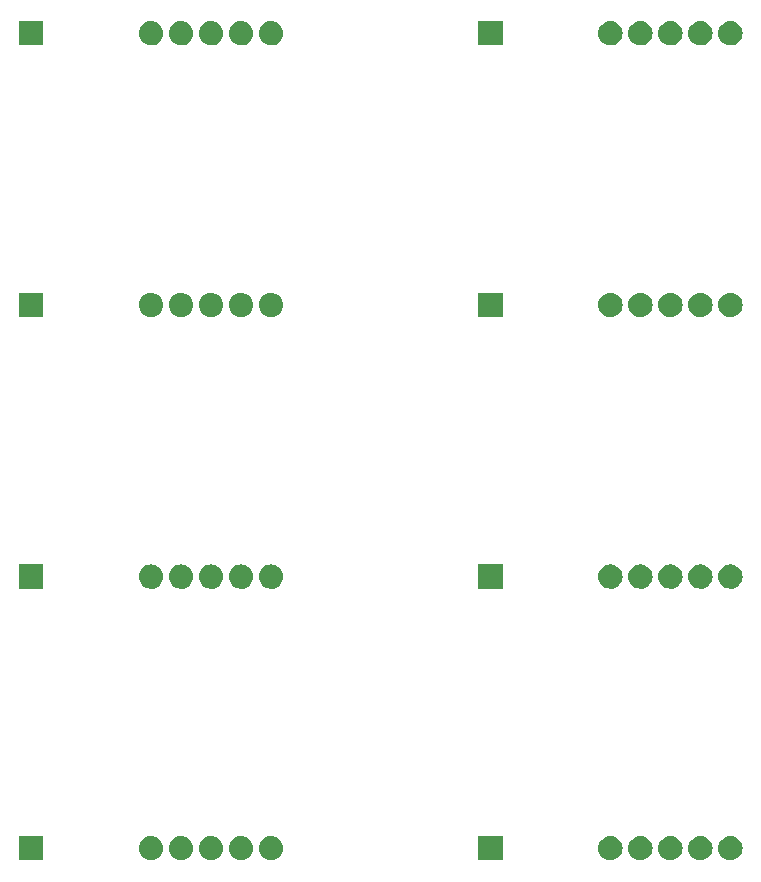
<source format=gbs>
G04 #@! TF.FileFunction,Soldermask,Bot*
%FSLAX46Y46*%
G04 Gerber Fmt 4.6, Leading zero omitted, Abs format (unit mm)*
G04 Created by KiCad (PCBNEW 4.0.1-stable) date 09.11.2016 23:19:49*
%MOMM*%
G01*
G04 APERTURE LIST*
%ADD10C,0.100000*%
G04 APERTURE END LIST*
D10*
G36*
X119876271Y-163770078D02*
X119876276Y-163770079D01*
X119879365Y-163770100D01*
X120079133Y-163792508D01*
X120270744Y-163853291D01*
X120446900Y-163950133D01*
X120600891Y-164079347D01*
X120726851Y-164236010D01*
X120819983Y-164414155D01*
X120876740Y-164606997D01*
X120876745Y-164607057D01*
X120876749Y-164607069D01*
X120894961Y-164807184D01*
X120873956Y-165007039D01*
X120873954Y-165007047D01*
X120873947Y-165007110D01*
X120814503Y-165199141D01*
X120718893Y-165375969D01*
X120590757Y-165530858D01*
X120434977Y-165657909D01*
X120257486Y-165752282D01*
X120065045Y-165810384D01*
X119864984Y-165830000D01*
X119854895Y-165830000D01*
X119843729Y-165829922D01*
X119843724Y-165829921D01*
X119840635Y-165829900D01*
X119640867Y-165807492D01*
X119449256Y-165746709D01*
X119273100Y-165649867D01*
X119119109Y-165520653D01*
X118993149Y-165363990D01*
X118900017Y-165185845D01*
X118843260Y-164993003D01*
X118843255Y-164992943D01*
X118843251Y-164992931D01*
X118825039Y-164792816D01*
X118846044Y-164592961D01*
X118846046Y-164592953D01*
X118846053Y-164592890D01*
X118905497Y-164400859D01*
X119001107Y-164224031D01*
X119129243Y-164069142D01*
X119285023Y-163942091D01*
X119462514Y-163847718D01*
X119654955Y-163789616D01*
X119855016Y-163770000D01*
X119865105Y-163770000D01*
X119876271Y-163770078D01*
X119876271Y-163770078D01*
G37*
G36*
X156236271Y-163770078D02*
X156236276Y-163770079D01*
X156239365Y-163770100D01*
X156439133Y-163792508D01*
X156630744Y-163853291D01*
X156806900Y-163950133D01*
X156960891Y-164079347D01*
X157086851Y-164236010D01*
X157179983Y-164414155D01*
X157236740Y-164606997D01*
X157236745Y-164607057D01*
X157236749Y-164607069D01*
X157254961Y-164807184D01*
X157233956Y-165007039D01*
X157233954Y-165007047D01*
X157233947Y-165007110D01*
X157174503Y-165199141D01*
X157078893Y-165375969D01*
X156950757Y-165530858D01*
X156794977Y-165657909D01*
X156617486Y-165752282D01*
X156425045Y-165810384D01*
X156224984Y-165830000D01*
X156214895Y-165830000D01*
X156203729Y-165829922D01*
X156203724Y-165829921D01*
X156200635Y-165829900D01*
X156000867Y-165807492D01*
X155809256Y-165746709D01*
X155633100Y-165649867D01*
X155479109Y-165520653D01*
X155353149Y-165363990D01*
X155260017Y-165185845D01*
X155203260Y-164993003D01*
X155203255Y-164992943D01*
X155203251Y-164992931D01*
X155185039Y-164792816D01*
X155206044Y-164592961D01*
X155206046Y-164592953D01*
X155206053Y-164592890D01*
X155265497Y-164400859D01*
X155361107Y-164224031D01*
X155489243Y-164069142D01*
X155645023Y-163942091D01*
X155822514Y-163847718D01*
X156014955Y-163789616D01*
X156215016Y-163770000D01*
X156225105Y-163770000D01*
X156236271Y-163770078D01*
X156236271Y-163770078D01*
G37*
G36*
X139470000Y-165830000D02*
X137410000Y-165830000D01*
X137410000Y-163770000D01*
X139470000Y-163770000D01*
X139470000Y-165830000D01*
X139470000Y-165830000D01*
G37*
G36*
X148616271Y-163770078D02*
X148616276Y-163770079D01*
X148619365Y-163770100D01*
X148819133Y-163792508D01*
X149010744Y-163853291D01*
X149186900Y-163950133D01*
X149340891Y-164079347D01*
X149466851Y-164236010D01*
X149559983Y-164414155D01*
X149616740Y-164606997D01*
X149616745Y-164607057D01*
X149616749Y-164607069D01*
X149634961Y-164807184D01*
X149613956Y-165007039D01*
X149613954Y-165007047D01*
X149613947Y-165007110D01*
X149554503Y-165199141D01*
X149458893Y-165375969D01*
X149330757Y-165530858D01*
X149174977Y-165657909D01*
X148997486Y-165752282D01*
X148805045Y-165810384D01*
X148604984Y-165830000D01*
X148594895Y-165830000D01*
X148583729Y-165829922D01*
X148583724Y-165829921D01*
X148580635Y-165829900D01*
X148380867Y-165807492D01*
X148189256Y-165746709D01*
X148013100Y-165649867D01*
X147859109Y-165520653D01*
X147733149Y-165363990D01*
X147640017Y-165185845D01*
X147583260Y-164993003D01*
X147583255Y-164992943D01*
X147583251Y-164992931D01*
X147565039Y-164792816D01*
X147586044Y-164592961D01*
X147586046Y-164592953D01*
X147586053Y-164592890D01*
X147645497Y-164400859D01*
X147741107Y-164224031D01*
X147869243Y-164069142D01*
X148025023Y-163942091D01*
X148202514Y-163847718D01*
X148394955Y-163789616D01*
X148595016Y-163770000D01*
X148605105Y-163770000D01*
X148616271Y-163770078D01*
X148616271Y-163770078D01*
G37*
G36*
X151156271Y-163770078D02*
X151156276Y-163770079D01*
X151159365Y-163770100D01*
X151359133Y-163792508D01*
X151550744Y-163853291D01*
X151726900Y-163950133D01*
X151880891Y-164079347D01*
X152006851Y-164236010D01*
X152099983Y-164414155D01*
X152156740Y-164606997D01*
X152156745Y-164607057D01*
X152156749Y-164607069D01*
X152174961Y-164807184D01*
X152153956Y-165007039D01*
X152153954Y-165007047D01*
X152153947Y-165007110D01*
X152094503Y-165199141D01*
X151998893Y-165375969D01*
X151870757Y-165530858D01*
X151714977Y-165657909D01*
X151537486Y-165752282D01*
X151345045Y-165810384D01*
X151144984Y-165830000D01*
X151134895Y-165830000D01*
X151123729Y-165829922D01*
X151123724Y-165829921D01*
X151120635Y-165829900D01*
X150920867Y-165807492D01*
X150729256Y-165746709D01*
X150553100Y-165649867D01*
X150399109Y-165520653D01*
X150273149Y-165363990D01*
X150180017Y-165185845D01*
X150123260Y-164993003D01*
X150123255Y-164992943D01*
X150123251Y-164992931D01*
X150105039Y-164792816D01*
X150126044Y-164592961D01*
X150126046Y-164592953D01*
X150126053Y-164592890D01*
X150185497Y-164400859D01*
X150281107Y-164224031D01*
X150409243Y-164069142D01*
X150565023Y-163942091D01*
X150742514Y-163847718D01*
X150934955Y-163789616D01*
X151135016Y-163770000D01*
X151145105Y-163770000D01*
X151156271Y-163770078D01*
X151156271Y-163770078D01*
G37*
G36*
X153696271Y-163770078D02*
X153696276Y-163770079D01*
X153699365Y-163770100D01*
X153899133Y-163792508D01*
X154090744Y-163853291D01*
X154266900Y-163950133D01*
X154420891Y-164079347D01*
X154546851Y-164236010D01*
X154639983Y-164414155D01*
X154696740Y-164606997D01*
X154696745Y-164607057D01*
X154696749Y-164607069D01*
X154714961Y-164807184D01*
X154693956Y-165007039D01*
X154693954Y-165007047D01*
X154693947Y-165007110D01*
X154634503Y-165199141D01*
X154538893Y-165375969D01*
X154410757Y-165530858D01*
X154254977Y-165657909D01*
X154077486Y-165752282D01*
X153885045Y-165810384D01*
X153684984Y-165830000D01*
X153674895Y-165830000D01*
X153663729Y-165829922D01*
X153663724Y-165829921D01*
X153660635Y-165829900D01*
X153460867Y-165807492D01*
X153269256Y-165746709D01*
X153093100Y-165649867D01*
X152939109Y-165520653D01*
X152813149Y-165363990D01*
X152720017Y-165185845D01*
X152663260Y-164993003D01*
X152663255Y-164992943D01*
X152663251Y-164992931D01*
X152645039Y-164792816D01*
X152666044Y-164592961D01*
X152666046Y-164592953D01*
X152666053Y-164592890D01*
X152725497Y-164400859D01*
X152821107Y-164224031D01*
X152949243Y-164069142D01*
X153105023Y-163942091D01*
X153282514Y-163847718D01*
X153474955Y-163789616D01*
X153675016Y-163770000D01*
X153685105Y-163770000D01*
X153696271Y-163770078D01*
X153696271Y-163770078D01*
G37*
G36*
X158776271Y-163770078D02*
X158776276Y-163770079D01*
X158779365Y-163770100D01*
X158979133Y-163792508D01*
X159170744Y-163853291D01*
X159346900Y-163950133D01*
X159500891Y-164079347D01*
X159626851Y-164236010D01*
X159719983Y-164414155D01*
X159776740Y-164606997D01*
X159776745Y-164607057D01*
X159776749Y-164607069D01*
X159794961Y-164807184D01*
X159773956Y-165007039D01*
X159773954Y-165007047D01*
X159773947Y-165007110D01*
X159714503Y-165199141D01*
X159618893Y-165375969D01*
X159490757Y-165530858D01*
X159334977Y-165657909D01*
X159157486Y-165752282D01*
X158965045Y-165810384D01*
X158764984Y-165830000D01*
X158754895Y-165830000D01*
X158743729Y-165829922D01*
X158743724Y-165829921D01*
X158740635Y-165829900D01*
X158540867Y-165807492D01*
X158349256Y-165746709D01*
X158173100Y-165649867D01*
X158019109Y-165520653D01*
X157893149Y-165363990D01*
X157800017Y-165185845D01*
X157743260Y-164993003D01*
X157743255Y-164992943D01*
X157743251Y-164992931D01*
X157725039Y-164792816D01*
X157746044Y-164592961D01*
X157746046Y-164592953D01*
X157746053Y-164592890D01*
X157805497Y-164400859D01*
X157901107Y-164224031D01*
X158029243Y-164069142D01*
X158185023Y-163942091D01*
X158362514Y-163847718D01*
X158554955Y-163789616D01*
X158755016Y-163770000D01*
X158765105Y-163770000D01*
X158776271Y-163770078D01*
X158776271Y-163770078D01*
G37*
G36*
X100570000Y-165830000D02*
X98510000Y-165830000D01*
X98510000Y-163770000D01*
X100570000Y-163770000D01*
X100570000Y-165830000D01*
X100570000Y-165830000D01*
G37*
G36*
X109716271Y-163770078D02*
X109716276Y-163770079D01*
X109719365Y-163770100D01*
X109919133Y-163792508D01*
X110110744Y-163853291D01*
X110286900Y-163950133D01*
X110440891Y-164079347D01*
X110566851Y-164236010D01*
X110659983Y-164414155D01*
X110716740Y-164606997D01*
X110716745Y-164607057D01*
X110716749Y-164607069D01*
X110734961Y-164807184D01*
X110713956Y-165007039D01*
X110713954Y-165007047D01*
X110713947Y-165007110D01*
X110654503Y-165199141D01*
X110558893Y-165375969D01*
X110430757Y-165530858D01*
X110274977Y-165657909D01*
X110097486Y-165752282D01*
X109905045Y-165810384D01*
X109704984Y-165830000D01*
X109694895Y-165830000D01*
X109683729Y-165829922D01*
X109683724Y-165829921D01*
X109680635Y-165829900D01*
X109480867Y-165807492D01*
X109289256Y-165746709D01*
X109113100Y-165649867D01*
X108959109Y-165520653D01*
X108833149Y-165363990D01*
X108740017Y-165185845D01*
X108683260Y-164993003D01*
X108683255Y-164992943D01*
X108683251Y-164992931D01*
X108665039Y-164792816D01*
X108686044Y-164592961D01*
X108686046Y-164592953D01*
X108686053Y-164592890D01*
X108745497Y-164400859D01*
X108841107Y-164224031D01*
X108969243Y-164069142D01*
X109125023Y-163942091D01*
X109302514Y-163847718D01*
X109494955Y-163789616D01*
X109695016Y-163770000D01*
X109705105Y-163770000D01*
X109716271Y-163770078D01*
X109716271Y-163770078D01*
G37*
G36*
X112256271Y-163770078D02*
X112256276Y-163770079D01*
X112259365Y-163770100D01*
X112459133Y-163792508D01*
X112650744Y-163853291D01*
X112826900Y-163950133D01*
X112980891Y-164079347D01*
X113106851Y-164236010D01*
X113199983Y-164414155D01*
X113256740Y-164606997D01*
X113256745Y-164607057D01*
X113256749Y-164607069D01*
X113274961Y-164807184D01*
X113253956Y-165007039D01*
X113253954Y-165007047D01*
X113253947Y-165007110D01*
X113194503Y-165199141D01*
X113098893Y-165375969D01*
X112970757Y-165530858D01*
X112814977Y-165657909D01*
X112637486Y-165752282D01*
X112445045Y-165810384D01*
X112244984Y-165830000D01*
X112234895Y-165830000D01*
X112223729Y-165829922D01*
X112223724Y-165829921D01*
X112220635Y-165829900D01*
X112020867Y-165807492D01*
X111829256Y-165746709D01*
X111653100Y-165649867D01*
X111499109Y-165520653D01*
X111373149Y-165363990D01*
X111280017Y-165185845D01*
X111223260Y-164993003D01*
X111223255Y-164992943D01*
X111223251Y-164992931D01*
X111205039Y-164792816D01*
X111226044Y-164592961D01*
X111226046Y-164592953D01*
X111226053Y-164592890D01*
X111285497Y-164400859D01*
X111381107Y-164224031D01*
X111509243Y-164069142D01*
X111665023Y-163942091D01*
X111842514Y-163847718D01*
X112034955Y-163789616D01*
X112235016Y-163770000D01*
X112245105Y-163770000D01*
X112256271Y-163770078D01*
X112256271Y-163770078D01*
G37*
G36*
X114796271Y-163770078D02*
X114796276Y-163770079D01*
X114799365Y-163770100D01*
X114999133Y-163792508D01*
X115190744Y-163853291D01*
X115366900Y-163950133D01*
X115520891Y-164079347D01*
X115646851Y-164236010D01*
X115739983Y-164414155D01*
X115796740Y-164606997D01*
X115796745Y-164607057D01*
X115796749Y-164607069D01*
X115814961Y-164807184D01*
X115793956Y-165007039D01*
X115793954Y-165007047D01*
X115793947Y-165007110D01*
X115734503Y-165199141D01*
X115638893Y-165375969D01*
X115510757Y-165530858D01*
X115354977Y-165657909D01*
X115177486Y-165752282D01*
X114985045Y-165810384D01*
X114784984Y-165830000D01*
X114774895Y-165830000D01*
X114763729Y-165829922D01*
X114763724Y-165829921D01*
X114760635Y-165829900D01*
X114560867Y-165807492D01*
X114369256Y-165746709D01*
X114193100Y-165649867D01*
X114039109Y-165520653D01*
X113913149Y-165363990D01*
X113820017Y-165185845D01*
X113763260Y-164993003D01*
X113763255Y-164992943D01*
X113763251Y-164992931D01*
X113745039Y-164792816D01*
X113766044Y-164592961D01*
X113766046Y-164592953D01*
X113766053Y-164592890D01*
X113825497Y-164400859D01*
X113921107Y-164224031D01*
X114049243Y-164069142D01*
X114205023Y-163942091D01*
X114382514Y-163847718D01*
X114574955Y-163789616D01*
X114775016Y-163770000D01*
X114785105Y-163770000D01*
X114796271Y-163770078D01*
X114796271Y-163770078D01*
G37*
G36*
X117336271Y-163770078D02*
X117336276Y-163770079D01*
X117339365Y-163770100D01*
X117539133Y-163792508D01*
X117730744Y-163853291D01*
X117906900Y-163950133D01*
X118060891Y-164079347D01*
X118186851Y-164236010D01*
X118279983Y-164414155D01*
X118336740Y-164606997D01*
X118336745Y-164607057D01*
X118336749Y-164607069D01*
X118354961Y-164807184D01*
X118333956Y-165007039D01*
X118333954Y-165007047D01*
X118333947Y-165007110D01*
X118274503Y-165199141D01*
X118178893Y-165375969D01*
X118050757Y-165530858D01*
X117894977Y-165657909D01*
X117717486Y-165752282D01*
X117525045Y-165810384D01*
X117324984Y-165830000D01*
X117314895Y-165830000D01*
X117303729Y-165829922D01*
X117303724Y-165829921D01*
X117300635Y-165829900D01*
X117100867Y-165807492D01*
X116909256Y-165746709D01*
X116733100Y-165649867D01*
X116579109Y-165520653D01*
X116453149Y-165363990D01*
X116360017Y-165185845D01*
X116303260Y-164993003D01*
X116303255Y-164992943D01*
X116303251Y-164992931D01*
X116285039Y-164792816D01*
X116306044Y-164592961D01*
X116306046Y-164592953D01*
X116306053Y-164592890D01*
X116365497Y-164400859D01*
X116461107Y-164224031D01*
X116589243Y-164069142D01*
X116745023Y-163942091D01*
X116922514Y-163847718D01*
X117114955Y-163789616D01*
X117315016Y-163770000D01*
X117325105Y-163770000D01*
X117336271Y-163770078D01*
X117336271Y-163770078D01*
G37*
G36*
X151156271Y-140770078D02*
X151156276Y-140770079D01*
X151159365Y-140770100D01*
X151359133Y-140792508D01*
X151550744Y-140853291D01*
X151726900Y-140950133D01*
X151880891Y-141079347D01*
X152006851Y-141236010D01*
X152099983Y-141414155D01*
X152156740Y-141606997D01*
X152156745Y-141607057D01*
X152156749Y-141607069D01*
X152174961Y-141807184D01*
X152153956Y-142007039D01*
X152153954Y-142007047D01*
X152153947Y-142007110D01*
X152094503Y-142199141D01*
X151998893Y-142375969D01*
X151870757Y-142530858D01*
X151714977Y-142657909D01*
X151537486Y-142752282D01*
X151345045Y-142810384D01*
X151144984Y-142830000D01*
X151134895Y-142830000D01*
X151123729Y-142829922D01*
X151123724Y-142829921D01*
X151120635Y-142829900D01*
X150920867Y-142807492D01*
X150729256Y-142746709D01*
X150553100Y-142649867D01*
X150399109Y-142520653D01*
X150273149Y-142363990D01*
X150180017Y-142185845D01*
X150123260Y-141993003D01*
X150123255Y-141992943D01*
X150123251Y-141992931D01*
X150105039Y-141792816D01*
X150126044Y-141592961D01*
X150126046Y-141592953D01*
X150126053Y-141592890D01*
X150185497Y-141400859D01*
X150281107Y-141224031D01*
X150409243Y-141069142D01*
X150565023Y-140942091D01*
X150742514Y-140847718D01*
X150934955Y-140789616D01*
X151135016Y-140770000D01*
X151145105Y-140770000D01*
X151156271Y-140770078D01*
X151156271Y-140770078D01*
G37*
G36*
X119876271Y-140770078D02*
X119876276Y-140770079D01*
X119879365Y-140770100D01*
X120079133Y-140792508D01*
X120270744Y-140853291D01*
X120446900Y-140950133D01*
X120600891Y-141079347D01*
X120726851Y-141236010D01*
X120819983Y-141414155D01*
X120876740Y-141606997D01*
X120876745Y-141607057D01*
X120876749Y-141607069D01*
X120894961Y-141807184D01*
X120873956Y-142007039D01*
X120873954Y-142007047D01*
X120873947Y-142007110D01*
X120814503Y-142199141D01*
X120718893Y-142375969D01*
X120590757Y-142530858D01*
X120434977Y-142657909D01*
X120257486Y-142752282D01*
X120065045Y-142810384D01*
X119864984Y-142830000D01*
X119854895Y-142830000D01*
X119843729Y-142829922D01*
X119843724Y-142829921D01*
X119840635Y-142829900D01*
X119640867Y-142807492D01*
X119449256Y-142746709D01*
X119273100Y-142649867D01*
X119119109Y-142520653D01*
X118993149Y-142363990D01*
X118900017Y-142185845D01*
X118843260Y-141993003D01*
X118843255Y-141992943D01*
X118843251Y-141992931D01*
X118825039Y-141792816D01*
X118846044Y-141592961D01*
X118846046Y-141592953D01*
X118846053Y-141592890D01*
X118905497Y-141400859D01*
X119001107Y-141224031D01*
X119129243Y-141069142D01*
X119285023Y-140942091D01*
X119462514Y-140847718D01*
X119654955Y-140789616D01*
X119855016Y-140770000D01*
X119865105Y-140770000D01*
X119876271Y-140770078D01*
X119876271Y-140770078D01*
G37*
G36*
X117336271Y-140770078D02*
X117336276Y-140770079D01*
X117339365Y-140770100D01*
X117539133Y-140792508D01*
X117730744Y-140853291D01*
X117906900Y-140950133D01*
X118060891Y-141079347D01*
X118186851Y-141236010D01*
X118279983Y-141414155D01*
X118336740Y-141606997D01*
X118336745Y-141607057D01*
X118336749Y-141607069D01*
X118354961Y-141807184D01*
X118333956Y-142007039D01*
X118333954Y-142007047D01*
X118333947Y-142007110D01*
X118274503Y-142199141D01*
X118178893Y-142375969D01*
X118050757Y-142530858D01*
X117894977Y-142657909D01*
X117717486Y-142752282D01*
X117525045Y-142810384D01*
X117324984Y-142830000D01*
X117314895Y-142830000D01*
X117303729Y-142829922D01*
X117303724Y-142829921D01*
X117300635Y-142829900D01*
X117100867Y-142807492D01*
X116909256Y-142746709D01*
X116733100Y-142649867D01*
X116579109Y-142520653D01*
X116453149Y-142363990D01*
X116360017Y-142185845D01*
X116303260Y-141993003D01*
X116303255Y-141992943D01*
X116303251Y-141992931D01*
X116285039Y-141792816D01*
X116306044Y-141592961D01*
X116306046Y-141592953D01*
X116306053Y-141592890D01*
X116365497Y-141400859D01*
X116461107Y-141224031D01*
X116589243Y-141069142D01*
X116745023Y-140942091D01*
X116922514Y-140847718D01*
X117114955Y-140789616D01*
X117315016Y-140770000D01*
X117325105Y-140770000D01*
X117336271Y-140770078D01*
X117336271Y-140770078D01*
G37*
G36*
X114796271Y-140770078D02*
X114796276Y-140770079D01*
X114799365Y-140770100D01*
X114999133Y-140792508D01*
X115190744Y-140853291D01*
X115366900Y-140950133D01*
X115520891Y-141079347D01*
X115646851Y-141236010D01*
X115739983Y-141414155D01*
X115796740Y-141606997D01*
X115796745Y-141607057D01*
X115796749Y-141607069D01*
X115814961Y-141807184D01*
X115793956Y-142007039D01*
X115793954Y-142007047D01*
X115793947Y-142007110D01*
X115734503Y-142199141D01*
X115638893Y-142375969D01*
X115510757Y-142530858D01*
X115354977Y-142657909D01*
X115177486Y-142752282D01*
X114985045Y-142810384D01*
X114784984Y-142830000D01*
X114774895Y-142830000D01*
X114763729Y-142829922D01*
X114763724Y-142829921D01*
X114760635Y-142829900D01*
X114560867Y-142807492D01*
X114369256Y-142746709D01*
X114193100Y-142649867D01*
X114039109Y-142520653D01*
X113913149Y-142363990D01*
X113820017Y-142185845D01*
X113763260Y-141993003D01*
X113763255Y-141992943D01*
X113763251Y-141992931D01*
X113745039Y-141792816D01*
X113766044Y-141592961D01*
X113766046Y-141592953D01*
X113766053Y-141592890D01*
X113825497Y-141400859D01*
X113921107Y-141224031D01*
X114049243Y-141069142D01*
X114205023Y-140942091D01*
X114382514Y-140847718D01*
X114574955Y-140789616D01*
X114775016Y-140770000D01*
X114785105Y-140770000D01*
X114796271Y-140770078D01*
X114796271Y-140770078D01*
G37*
G36*
X112256271Y-140770078D02*
X112256276Y-140770079D01*
X112259365Y-140770100D01*
X112459133Y-140792508D01*
X112650744Y-140853291D01*
X112826900Y-140950133D01*
X112980891Y-141079347D01*
X113106851Y-141236010D01*
X113199983Y-141414155D01*
X113256740Y-141606997D01*
X113256745Y-141607057D01*
X113256749Y-141607069D01*
X113274961Y-141807184D01*
X113253956Y-142007039D01*
X113253954Y-142007047D01*
X113253947Y-142007110D01*
X113194503Y-142199141D01*
X113098893Y-142375969D01*
X112970757Y-142530858D01*
X112814977Y-142657909D01*
X112637486Y-142752282D01*
X112445045Y-142810384D01*
X112244984Y-142830000D01*
X112234895Y-142830000D01*
X112223729Y-142829922D01*
X112223724Y-142829921D01*
X112220635Y-142829900D01*
X112020867Y-142807492D01*
X111829256Y-142746709D01*
X111653100Y-142649867D01*
X111499109Y-142520653D01*
X111373149Y-142363990D01*
X111280017Y-142185845D01*
X111223260Y-141993003D01*
X111223255Y-141992943D01*
X111223251Y-141992931D01*
X111205039Y-141792816D01*
X111226044Y-141592961D01*
X111226046Y-141592953D01*
X111226053Y-141592890D01*
X111285497Y-141400859D01*
X111381107Y-141224031D01*
X111509243Y-141069142D01*
X111665023Y-140942091D01*
X111842514Y-140847718D01*
X112034955Y-140789616D01*
X112235016Y-140770000D01*
X112245105Y-140770000D01*
X112256271Y-140770078D01*
X112256271Y-140770078D01*
G37*
G36*
X109716271Y-140770078D02*
X109716276Y-140770079D01*
X109719365Y-140770100D01*
X109919133Y-140792508D01*
X110110744Y-140853291D01*
X110286900Y-140950133D01*
X110440891Y-141079347D01*
X110566851Y-141236010D01*
X110659983Y-141414155D01*
X110716740Y-141606997D01*
X110716745Y-141607057D01*
X110716749Y-141607069D01*
X110734961Y-141807184D01*
X110713956Y-142007039D01*
X110713954Y-142007047D01*
X110713947Y-142007110D01*
X110654503Y-142199141D01*
X110558893Y-142375969D01*
X110430757Y-142530858D01*
X110274977Y-142657909D01*
X110097486Y-142752282D01*
X109905045Y-142810384D01*
X109704984Y-142830000D01*
X109694895Y-142830000D01*
X109683729Y-142829922D01*
X109683724Y-142829921D01*
X109680635Y-142829900D01*
X109480867Y-142807492D01*
X109289256Y-142746709D01*
X109113100Y-142649867D01*
X108959109Y-142520653D01*
X108833149Y-142363990D01*
X108740017Y-142185845D01*
X108683260Y-141993003D01*
X108683255Y-141992943D01*
X108683251Y-141992931D01*
X108665039Y-141792816D01*
X108686044Y-141592961D01*
X108686046Y-141592953D01*
X108686053Y-141592890D01*
X108745497Y-141400859D01*
X108841107Y-141224031D01*
X108969243Y-141069142D01*
X109125023Y-140942091D01*
X109302514Y-140847718D01*
X109494955Y-140789616D01*
X109695016Y-140770000D01*
X109705105Y-140770000D01*
X109716271Y-140770078D01*
X109716271Y-140770078D01*
G37*
G36*
X100570000Y-142830000D02*
X98510000Y-142830000D01*
X98510000Y-140770000D01*
X100570000Y-140770000D01*
X100570000Y-142830000D01*
X100570000Y-142830000D01*
G37*
G36*
X158776271Y-140770078D02*
X158776276Y-140770079D01*
X158779365Y-140770100D01*
X158979133Y-140792508D01*
X159170744Y-140853291D01*
X159346900Y-140950133D01*
X159500891Y-141079347D01*
X159626851Y-141236010D01*
X159719983Y-141414155D01*
X159776740Y-141606997D01*
X159776745Y-141607057D01*
X159776749Y-141607069D01*
X159794961Y-141807184D01*
X159773956Y-142007039D01*
X159773954Y-142007047D01*
X159773947Y-142007110D01*
X159714503Y-142199141D01*
X159618893Y-142375969D01*
X159490757Y-142530858D01*
X159334977Y-142657909D01*
X159157486Y-142752282D01*
X158965045Y-142810384D01*
X158764984Y-142830000D01*
X158754895Y-142830000D01*
X158743729Y-142829922D01*
X158743724Y-142829921D01*
X158740635Y-142829900D01*
X158540867Y-142807492D01*
X158349256Y-142746709D01*
X158173100Y-142649867D01*
X158019109Y-142520653D01*
X157893149Y-142363990D01*
X157800017Y-142185845D01*
X157743260Y-141993003D01*
X157743255Y-141992943D01*
X157743251Y-141992931D01*
X157725039Y-141792816D01*
X157746044Y-141592961D01*
X157746046Y-141592953D01*
X157746053Y-141592890D01*
X157805497Y-141400859D01*
X157901107Y-141224031D01*
X158029243Y-141069142D01*
X158185023Y-140942091D01*
X158362514Y-140847718D01*
X158554955Y-140789616D01*
X158755016Y-140770000D01*
X158765105Y-140770000D01*
X158776271Y-140770078D01*
X158776271Y-140770078D01*
G37*
G36*
X156236271Y-140770078D02*
X156236276Y-140770079D01*
X156239365Y-140770100D01*
X156439133Y-140792508D01*
X156630744Y-140853291D01*
X156806900Y-140950133D01*
X156960891Y-141079347D01*
X157086851Y-141236010D01*
X157179983Y-141414155D01*
X157236740Y-141606997D01*
X157236745Y-141607057D01*
X157236749Y-141607069D01*
X157254961Y-141807184D01*
X157233956Y-142007039D01*
X157233954Y-142007047D01*
X157233947Y-142007110D01*
X157174503Y-142199141D01*
X157078893Y-142375969D01*
X156950757Y-142530858D01*
X156794977Y-142657909D01*
X156617486Y-142752282D01*
X156425045Y-142810384D01*
X156224984Y-142830000D01*
X156214895Y-142830000D01*
X156203729Y-142829922D01*
X156203724Y-142829921D01*
X156200635Y-142829900D01*
X156000867Y-142807492D01*
X155809256Y-142746709D01*
X155633100Y-142649867D01*
X155479109Y-142520653D01*
X155353149Y-142363990D01*
X155260017Y-142185845D01*
X155203260Y-141993003D01*
X155203255Y-141992943D01*
X155203251Y-141992931D01*
X155185039Y-141792816D01*
X155206044Y-141592961D01*
X155206046Y-141592953D01*
X155206053Y-141592890D01*
X155265497Y-141400859D01*
X155361107Y-141224031D01*
X155489243Y-141069142D01*
X155645023Y-140942091D01*
X155822514Y-140847718D01*
X156014955Y-140789616D01*
X156215016Y-140770000D01*
X156225105Y-140770000D01*
X156236271Y-140770078D01*
X156236271Y-140770078D01*
G37*
G36*
X148616271Y-140770078D02*
X148616276Y-140770079D01*
X148619365Y-140770100D01*
X148819133Y-140792508D01*
X149010744Y-140853291D01*
X149186900Y-140950133D01*
X149340891Y-141079347D01*
X149466851Y-141236010D01*
X149559983Y-141414155D01*
X149616740Y-141606997D01*
X149616745Y-141607057D01*
X149616749Y-141607069D01*
X149634961Y-141807184D01*
X149613956Y-142007039D01*
X149613954Y-142007047D01*
X149613947Y-142007110D01*
X149554503Y-142199141D01*
X149458893Y-142375969D01*
X149330757Y-142530858D01*
X149174977Y-142657909D01*
X148997486Y-142752282D01*
X148805045Y-142810384D01*
X148604984Y-142830000D01*
X148594895Y-142830000D01*
X148583729Y-142829922D01*
X148583724Y-142829921D01*
X148580635Y-142829900D01*
X148380867Y-142807492D01*
X148189256Y-142746709D01*
X148013100Y-142649867D01*
X147859109Y-142520653D01*
X147733149Y-142363990D01*
X147640017Y-142185845D01*
X147583260Y-141993003D01*
X147583255Y-141992943D01*
X147583251Y-141992931D01*
X147565039Y-141792816D01*
X147586044Y-141592961D01*
X147586046Y-141592953D01*
X147586053Y-141592890D01*
X147645497Y-141400859D01*
X147741107Y-141224031D01*
X147869243Y-141069142D01*
X148025023Y-140942091D01*
X148202514Y-140847718D01*
X148394955Y-140789616D01*
X148595016Y-140770000D01*
X148605105Y-140770000D01*
X148616271Y-140770078D01*
X148616271Y-140770078D01*
G37*
G36*
X153696271Y-140770078D02*
X153696276Y-140770079D01*
X153699365Y-140770100D01*
X153899133Y-140792508D01*
X154090744Y-140853291D01*
X154266900Y-140950133D01*
X154420891Y-141079347D01*
X154546851Y-141236010D01*
X154639983Y-141414155D01*
X154696740Y-141606997D01*
X154696745Y-141607057D01*
X154696749Y-141607069D01*
X154714961Y-141807184D01*
X154693956Y-142007039D01*
X154693954Y-142007047D01*
X154693947Y-142007110D01*
X154634503Y-142199141D01*
X154538893Y-142375969D01*
X154410757Y-142530858D01*
X154254977Y-142657909D01*
X154077486Y-142752282D01*
X153885045Y-142810384D01*
X153684984Y-142830000D01*
X153674895Y-142830000D01*
X153663729Y-142829922D01*
X153663724Y-142829921D01*
X153660635Y-142829900D01*
X153460867Y-142807492D01*
X153269256Y-142746709D01*
X153093100Y-142649867D01*
X152939109Y-142520653D01*
X152813149Y-142363990D01*
X152720017Y-142185845D01*
X152663260Y-141993003D01*
X152663255Y-141992943D01*
X152663251Y-141992931D01*
X152645039Y-141792816D01*
X152666044Y-141592961D01*
X152666046Y-141592953D01*
X152666053Y-141592890D01*
X152725497Y-141400859D01*
X152821107Y-141224031D01*
X152949243Y-141069142D01*
X153105023Y-140942091D01*
X153282514Y-140847718D01*
X153474955Y-140789616D01*
X153675016Y-140770000D01*
X153685105Y-140770000D01*
X153696271Y-140770078D01*
X153696271Y-140770078D01*
G37*
G36*
X139470000Y-142830000D02*
X137410000Y-142830000D01*
X137410000Y-140770000D01*
X139470000Y-140770000D01*
X139470000Y-142830000D01*
X139470000Y-142830000D01*
G37*
G36*
X139470000Y-119830000D02*
X137410000Y-119830000D01*
X137410000Y-117770000D01*
X139470000Y-117770000D01*
X139470000Y-119830000D01*
X139470000Y-119830000D01*
G37*
G36*
X119876271Y-117770078D02*
X119876276Y-117770079D01*
X119879365Y-117770100D01*
X120079133Y-117792508D01*
X120270744Y-117853291D01*
X120446900Y-117950133D01*
X120600891Y-118079347D01*
X120726851Y-118236010D01*
X120819983Y-118414155D01*
X120876740Y-118606997D01*
X120876745Y-118607057D01*
X120876749Y-118607069D01*
X120894961Y-118807184D01*
X120873956Y-119007039D01*
X120873954Y-119007047D01*
X120873947Y-119007110D01*
X120814503Y-119199141D01*
X120718893Y-119375969D01*
X120590757Y-119530858D01*
X120434977Y-119657909D01*
X120257486Y-119752282D01*
X120065045Y-119810384D01*
X119864984Y-119830000D01*
X119854895Y-119830000D01*
X119843729Y-119829922D01*
X119843724Y-119829921D01*
X119840635Y-119829900D01*
X119640867Y-119807492D01*
X119449256Y-119746709D01*
X119273100Y-119649867D01*
X119119109Y-119520653D01*
X118993149Y-119363990D01*
X118900017Y-119185845D01*
X118843260Y-118993003D01*
X118843255Y-118992943D01*
X118843251Y-118992931D01*
X118825039Y-118792816D01*
X118846044Y-118592961D01*
X118846046Y-118592953D01*
X118846053Y-118592890D01*
X118905497Y-118400859D01*
X119001107Y-118224031D01*
X119129243Y-118069142D01*
X119285023Y-117942091D01*
X119462514Y-117847718D01*
X119654955Y-117789616D01*
X119855016Y-117770000D01*
X119865105Y-117770000D01*
X119876271Y-117770078D01*
X119876271Y-117770078D01*
G37*
G36*
X117336271Y-117770078D02*
X117336276Y-117770079D01*
X117339365Y-117770100D01*
X117539133Y-117792508D01*
X117730744Y-117853291D01*
X117906900Y-117950133D01*
X118060891Y-118079347D01*
X118186851Y-118236010D01*
X118279983Y-118414155D01*
X118336740Y-118606997D01*
X118336745Y-118607057D01*
X118336749Y-118607069D01*
X118354961Y-118807184D01*
X118333956Y-119007039D01*
X118333954Y-119007047D01*
X118333947Y-119007110D01*
X118274503Y-119199141D01*
X118178893Y-119375969D01*
X118050757Y-119530858D01*
X117894977Y-119657909D01*
X117717486Y-119752282D01*
X117525045Y-119810384D01*
X117324984Y-119830000D01*
X117314895Y-119830000D01*
X117303729Y-119829922D01*
X117303724Y-119829921D01*
X117300635Y-119829900D01*
X117100867Y-119807492D01*
X116909256Y-119746709D01*
X116733100Y-119649867D01*
X116579109Y-119520653D01*
X116453149Y-119363990D01*
X116360017Y-119185845D01*
X116303260Y-118993003D01*
X116303255Y-118992943D01*
X116303251Y-118992931D01*
X116285039Y-118792816D01*
X116306044Y-118592961D01*
X116306046Y-118592953D01*
X116306053Y-118592890D01*
X116365497Y-118400859D01*
X116461107Y-118224031D01*
X116589243Y-118069142D01*
X116745023Y-117942091D01*
X116922514Y-117847718D01*
X117114955Y-117789616D01*
X117315016Y-117770000D01*
X117325105Y-117770000D01*
X117336271Y-117770078D01*
X117336271Y-117770078D01*
G37*
G36*
X114796271Y-117770078D02*
X114796276Y-117770079D01*
X114799365Y-117770100D01*
X114999133Y-117792508D01*
X115190744Y-117853291D01*
X115366900Y-117950133D01*
X115520891Y-118079347D01*
X115646851Y-118236010D01*
X115739983Y-118414155D01*
X115796740Y-118606997D01*
X115796745Y-118607057D01*
X115796749Y-118607069D01*
X115814961Y-118807184D01*
X115793956Y-119007039D01*
X115793954Y-119007047D01*
X115793947Y-119007110D01*
X115734503Y-119199141D01*
X115638893Y-119375969D01*
X115510757Y-119530858D01*
X115354977Y-119657909D01*
X115177486Y-119752282D01*
X114985045Y-119810384D01*
X114784984Y-119830000D01*
X114774895Y-119830000D01*
X114763729Y-119829922D01*
X114763724Y-119829921D01*
X114760635Y-119829900D01*
X114560867Y-119807492D01*
X114369256Y-119746709D01*
X114193100Y-119649867D01*
X114039109Y-119520653D01*
X113913149Y-119363990D01*
X113820017Y-119185845D01*
X113763260Y-118993003D01*
X113763255Y-118992943D01*
X113763251Y-118992931D01*
X113745039Y-118792816D01*
X113766044Y-118592961D01*
X113766046Y-118592953D01*
X113766053Y-118592890D01*
X113825497Y-118400859D01*
X113921107Y-118224031D01*
X114049243Y-118069142D01*
X114205023Y-117942091D01*
X114382514Y-117847718D01*
X114574955Y-117789616D01*
X114775016Y-117770000D01*
X114785105Y-117770000D01*
X114796271Y-117770078D01*
X114796271Y-117770078D01*
G37*
G36*
X112256271Y-117770078D02*
X112256276Y-117770079D01*
X112259365Y-117770100D01*
X112459133Y-117792508D01*
X112650744Y-117853291D01*
X112826900Y-117950133D01*
X112980891Y-118079347D01*
X113106851Y-118236010D01*
X113199983Y-118414155D01*
X113256740Y-118606997D01*
X113256745Y-118607057D01*
X113256749Y-118607069D01*
X113274961Y-118807184D01*
X113253956Y-119007039D01*
X113253954Y-119007047D01*
X113253947Y-119007110D01*
X113194503Y-119199141D01*
X113098893Y-119375969D01*
X112970757Y-119530858D01*
X112814977Y-119657909D01*
X112637486Y-119752282D01*
X112445045Y-119810384D01*
X112244984Y-119830000D01*
X112234895Y-119830000D01*
X112223729Y-119829922D01*
X112223724Y-119829921D01*
X112220635Y-119829900D01*
X112020867Y-119807492D01*
X111829256Y-119746709D01*
X111653100Y-119649867D01*
X111499109Y-119520653D01*
X111373149Y-119363990D01*
X111280017Y-119185845D01*
X111223260Y-118993003D01*
X111223255Y-118992943D01*
X111223251Y-118992931D01*
X111205039Y-118792816D01*
X111226044Y-118592961D01*
X111226046Y-118592953D01*
X111226053Y-118592890D01*
X111285497Y-118400859D01*
X111381107Y-118224031D01*
X111509243Y-118069142D01*
X111665023Y-117942091D01*
X111842514Y-117847718D01*
X112034955Y-117789616D01*
X112235016Y-117770000D01*
X112245105Y-117770000D01*
X112256271Y-117770078D01*
X112256271Y-117770078D01*
G37*
G36*
X109716271Y-117770078D02*
X109716276Y-117770079D01*
X109719365Y-117770100D01*
X109919133Y-117792508D01*
X110110744Y-117853291D01*
X110286900Y-117950133D01*
X110440891Y-118079347D01*
X110566851Y-118236010D01*
X110659983Y-118414155D01*
X110716740Y-118606997D01*
X110716745Y-118607057D01*
X110716749Y-118607069D01*
X110734961Y-118807184D01*
X110713956Y-119007039D01*
X110713954Y-119007047D01*
X110713947Y-119007110D01*
X110654503Y-119199141D01*
X110558893Y-119375969D01*
X110430757Y-119530858D01*
X110274977Y-119657909D01*
X110097486Y-119752282D01*
X109905045Y-119810384D01*
X109704984Y-119830000D01*
X109694895Y-119830000D01*
X109683729Y-119829922D01*
X109683724Y-119829921D01*
X109680635Y-119829900D01*
X109480867Y-119807492D01*
X109289256Y-119746709D01*
X109113100Y-119649867D01*
X108959109Y-119520653D01*
X108833149Y-119363990D01*
X108740017Y-119185845D01*
X108683260Y-118993003D01*
X108683255Y-118992943D01*
X108683251Y-118992931D01*
X108665039Y-118792816D01*
X108686044Y-118592961D01*
X108686046Y-118592953D01*
X108686053Y-118592890D01*
X108745497Y-118400859D01*
X108841107Y-118224031D01*
X108969243Y-118069142D01*
X109125023Y-117942091D01*
X109302514Y-117847718D01*
X109494955Y-117789616D01*
X109695016Y-117770000D01*
X109705105Y-117770000D01*
X109716271Y-117770078D01*
X109716271Y-117770078D01*
G37*
G36*
X158776271Y-117770078D02*
X158776276Y-117770079D01*
X158779365Y-117770100D01*
X158979133Y-117792508D01*
X159170744Y-117853291D01*
X159346900Y-117950133D01*
X159500891Y-118079347D01*
X159626851Y-118236010D01*
X159719983Y-118414155D01*
X159776740Y-118606997D01*
X159776745Y-118607057D01*
X159776749Y-118607069D01*
X159794961Y-118807184D01*
X159773956Y-119007039D01*
X159773954Y-119007047D01*
X159773947Y-119007110D01*
X159714503Y-119199141D01*
X159618893Y-119375969D01*
X159490757Y-119530858D01*
X159334977Y-119657909D01*
X159157486Y-119752282D01*
X158965045Y-119810384D01*
X158764984Y-119830000D01*
X158754895Y-119830000D01*
X158743729Y-119829922D01*
X158743724Y-119829921D01*
X158740635Y-119829900D01*
X158540867Y-119807492D01*
X158349256Y-119746709D01*
X158173100Y-119649867D01*
X158019109Y-119520653D01*
X157893149Y-119363990D01*
X157800017Y-119185845D01*
X157743260Y-118993003D01*
X157743255Y-118992943D01*
X157743251Y-118992931D01*
X157725039Y-118792816D01*
X157746044Y-118592961D01*
X157746046Y-118592953D01*
X157746053Y-118592890D01*
X157805497Y-118400859D01*
X157901107Y-118224031D01*
X158029243Y-118069142D01*
X158185023Y-117942091D01*
X158362514Y-117847718D01*
X158554955Y-117789616D01*
X158755016Y-117770000D01*
X158765105Y-117770000D01*
X158776271Y-117770078D01*
X158776271Y-117770078D01*
G37*
G36*
X156236271Y-117770078D02*
X156236276Y-117770079D01*
X156239365Y-117770100D01*
X156439133Y-117792508D01*
X156630744Y-117853291D01*
X156806900Y-117950133D01*
X156960891Y-118079347D01*
X157086851Y-118236010D01*
X157179983Y-118414155D01*
X157236740Y-118606997D01*
X157236745Y-118607057D01*
X157236749Y-118607069D01*
X157254961Y-118807184D01*
X157233956Y-119007039D01*
X157233954Y-119007047D01*
X157233947Y-119007110D01*
X157174503Y-119199141D01*
X157078893Y-119375969D01*
X156950757Y-119530858D01*
X156794977Y-119657909D01*
X156617486Y-119752282D01*
X156425045Y-119810384D01*
X156224984Y-119830000D01*
X156214895Y-119830000D01*
X156203729Y-119829922D01*
X156203724Y-119829921D01*
X156200635Y-119829900D01*
X156000867Y-119807492D01*
X155809256Y-119746709D01*
X155633100Y-119649867D01*
X155479109Y-119520653D01*
X155353149Y-119363990D01*
X155260017Y-119185845D01*
X155203260Y-118993003D01*
X155203255Y-118992943D01*
X155203251Y-118992931D01*
X155185039Y-118792816D01*
X155206044Y-118592961D01*
X155206046Y-118592953D01*
X155206053Y-118592890D01*
X155265497Y-118400859D01*
X155361107Y-118224031D01*
X155489243Y-118069142D01*
X155645023Y-117942091D01*
X155822514Y-117847718D01*
X156014955Y-117789616D01*
X156215016Y-117770000D01*
X156225105Y-117770000D01*
X156236271Y-117770078D01*
X156236271Y-117770078D01*
G37*
G36*
X153696271Y-117770078D02*
X153696276Y-117770079D01*
X153699365Y-117770100D01*
X153899133Y-117792508D01*
X154090744Y-117853291D01*
X154266900Y-117950133D01*
X154420891Y-118079347D01*
X154546851Y-118236010D01*
X154639983Y-118414155D01*
X154696740Y-118606997D01*
X154696745Y-118607057D01*
X154696749Y-118607069D01*
X154714961Y-118807184D01*
X154693956Y-119007039D01*
X154693954Y-119007047D01*
X154693947Y-119007110D01*
X154634503Y-119199141D01*
X154538893Y-119375969D01*
X154410757Y-119530858D01*
X154254977Y-119657909D01*
X154077486Y-119752282D01*
X153885045Y-119810384D01*
X153684984Y-119830000D01*
X153674895Y-119830000D01*
X153663729Y-119829922D01*
X153663724Y-119829921D01*
X153660635Y-119829900D01*
X153460867Y-119807492D01*
X153269256Y-119746709D01*
X153093100Y-119649867D01*
X152939109Y-119520653D01*
X152813149Y-119363990D01*
X152720017Y-119185845D01*
X152663260Y-118993003D01*
X152663255Y-118992943D01*
X152663251Y-118992931D01*
X152645039Y-118792816D01*
X152666044Y-118592961D01*
X152666046Y-118592953D01*
X152666053Y-118592890D01*
X152725497Y-118400859D01*
X152821107Y-118224031D01*
X152949243Y-118069142D01*
X153105023Y-117942091D01*
X153282514Y-117847718D01*
X153474955Y-117789616D01*
X153675016Y-117770000D01*
X153685105Y-117770000D01*
X153696271Y-117770078D01*
X153696271Y-117770078D01*
G37*
G36*
X151156271Y-117770078D02*
X151156276Y-117770079D01*
X151159365Y-117770100D01*
X151359133Y-117792508D01*
X151550744Y-117853291D01*
X151726900Y-117950133D01*
X151880891Y-118079347D01*
X152006851Y-118236010D01*
X152099983Y-118414155D01*
X152156740Y-118606997D01*
X152156745Y-118607057D01*
X152156749Y-118607069D01*
X152174961Y-118807184D01*
X152153956Y-119007039D01*
X152153954Y-119007047D01*
X152153947Y-119007110D01*
X152094503Y-119199141D01*
X151998893Y-119375969D01*
X151870757Y-119530858D01*
X151714977Y-119657909D01*
X151537486Y-119752282D01*
X151345045Y-119810384D01*
X151144984Y-119830000D01*
X151134895Y-119830000D01*
X151123729Y-119829922D01*
X151123724Y-119829921D01*
X151120635Y-119829900D01*
X150920867Y-119807492D01*
X150729256Y-119746709D01*
X150553100Y-119649867D01*
X150399109Y-119520653D01*
X150273149Y-119363990D01*
X150180017Y-119185845D01*
X150123260Y-118993003D01*
X150123255Y-118992943D01*
X150123251Y-118992931D01*
X150105039Y-118792816D01*
X150126044Y-118592961D01*
X150126046Y-118592953D01*
X150126053Y-118592890D01*
X150185497Y-118400859D01*
X150281107Y-118224031D01*
X150409243Y-118069142D01*
X150565023Y-117942091D01*
X150742514Y-117847718D01*
X150934955Y-117789616D01*
X151135016Y-117770000D01*
X151145105Y-117770000D01*
X151156271Y-117770078D01*
X151156271Y-117770078D01*
G37*
G36*
X148616271Y-117770078D02*
X148616276Y-117770079D01*
X148619365Y-117770100D01*
X148819133Y-117792508D01*
X149010744Y-117853291D01*
X149186900Y-117950133D01*
X149340891Y-118079347D01*
X149466851Y-118236010D01*
X149559983Y-118414155D01*
X149616740Y-118606997D01*
X149616745Y-118607057D01*
X149616749Y-118607069D01*
X149634961Y-118807184D01*
X149613956Y-119007039D01*
X149613954Y-119007047D01*
X149613947Y-119007110D01*
X149554503Y-119199141D01*
X149458893Y-119375969D01*
X149330757Y-119530858D01*
X149174977Y-119657909D01*
X148997486Y-119752282D01*
X148805045Y-119810384D01*
X148604984Y-119830000D01*
X148594895Y-119830000D01*
X148583729Y-119829922D01*
X148583724Y-119829921D01*
X148580635Y-119829900D01*
X148380867Y-119807492D01*
X148189256Y-119746709D01*
X148013100Y-119649867D01*
X147859109Y-119520653D01*
X147733149Y-119363990D01*
X147640017Y-119185845D01*
X147583260Y-118993003D01*
X147583255Y-118992943D01*
X147583251Y-118992931D01*
X147565039Y-118792816D01*
X147586044Y-118592961D01*
X147586046Y-118592953D01*
X147586053Y-118592890D01*
X147645497Y-118400859D01*
X147741107Y-118224031D01*
X147869243Y-118069142D01*
X148025023Y-117942091D01*
X148202514Y-117847718D01*
X148394955Y-117789616D01*
X148595016Y-117770000D01*
X148605105Y-117770000D01*
X148616271Y-117770078D01*
X148616271Y-117770078D01*
G37*
G36*
X100570000Y-119830000D02*
X98510000Y-119830000D01*
X98510000Y-117770000D01*
X100570000Y-117770000D01*
X100570000Y-119830000D01*
X100570000Y-119830000D01*
G37*
G36*
X153696271Y-94770078D02*
X153696276Y-94770079D01*
X153699365Y-94770100D01*
X153899133Y-94792508D01*
X154090744Y-94853291D01*
X154266900Y-94950133D01*
X154420891Y-95079347D01*
X154546851Y-95236010D01*
X154639983Y-95414155D01*
X154696740Y-95606997D01*
X154696745Y-95607057D01*
X154696749Y-95607069D01*
X154714961Y-95807184D01*
X154693956Y-96007039D01*
X154693954Y-96007047D01*
X154693947Y-96007110D01*
X154634503Y-96199141D01*
X154538893Y-96375969D01*
X154410757Y-96530858D01*
X154254977Y-96657909D01*
X154077486Y-96752282D01*
X153885045Y-96810384D01*
X153684984Y-96830000D01*
X153674895Y-96830000D01*
X153663729Y-96829922D01*
X153663724Y-96829921D01*
X153660635Y-96829900D01*
X153460867Y-96807492D01*
X153269256Y-96746709D01*
X153093100Y-96649867D01*
X152939109Y-96520653D01*
X152813149Y-96363990D01*
X152720017Y-96185845D01*
X152663260Y-95993003D01*
X152663255Y-95992943D01*
X152663251Y-95992931D01*
X152645039Y-95792816D01*
X152666044Y-95592961D01*
X152666046Y-95592953D01*
X152666053Y-95592890D01*
X152725497Y-95400859D01*
X152821107Y-95224031D01*
X152949243Y-95069142D01*
X153105023Y-94942091D01*
X153282514Y-94847718D01*
X153474955Y-94789616D01*
X153675016Y-94770000D01*
X153685105Y-94770000D01*
X153696271Y-94770078D01*
X153696271Y-94770078D01*
G37*
G36*
X156236271Y-94770078D02*
X156236276Y-94770079D01*
X156239365Y-94770100D01*
X156439133Y-94792508D01*
X156630744Y-94853291D01*
X156806900Y-94950133D01*
X156960891Y-95079347D01*
X157086851Y-95236010D01*
X157179983Y-95414155D01*
X157236740Y-95606997D01*
X157236745Y-95607057D01*
X157236749Y-95607069D01*
X157254961Y-95807184D01*
X157233956Y-96007039D01*
X157233954Y-96007047D01*
X157233947Y-96007110D01*
X157174503Y-96199141D01*
X157078893Y-96375969D01*
X156950757Y-96530858D01*
X156794977Y-96657909D01*
X156617486Y-96752282D01*
X156425045Y-96810384D01*
X156224984Y-96830000D01*
X156214895Y-96830000D01*
X156203729Y-96829922D01*
X156203724Y-96829921D01*
X156200635Y-96829900D01*
X156000867Y-96807492D01*
X155809256Y-96746709D01*
X155633100Y-96649867D01*
X155479109Y-96520653D01*
X155353149Y-96363990D01*
X155260017Y-96185845D01*
X155203260Y-95993003D01*
X155203255Y-95992943D01*
X155203251Y-95992931D01*
X155185039Y-95792816D01*
X155206044Y-95592961D01*
X155206046Y-95592953D01*
X155206053Y-95592890D01*
X155265497Y-95400859D01*
X155361107Y-95224031D01*
X155489243Y-95069142D01*
X155645023Y-94942091D01*
X155822514Y-94847718D01*
X156014955Y-94789616D01*
X156215016Y-94770000D01*
X156225105Y-94770000D01*
X156236271Y-94770078D01*
X156236271Y-94770078D01*
G37*
G36*
X158776271Y-94770078D02*
X158776276Y-94770079D01*
X158779365Y-94770100D01*
X158979133Y-94792508D01*
X159170744Y-94853291D01*
X159346900Y-94950133D01*
X159500891Y-95079347D01*
X159626851Y-95236010D01*
X159719983Y-95414155D01*
X159776740Y-95606997D01*
X159776745Y-95607057D01*
X159776749Y-95607069D01*
X159794961Y-95807184D01*
X159773956Y-96007039D01*
X159773954Y-96007047D01*
X159773947Y-96007110D01*
X159714503Y-96199141D01*
X159618893Y-96375969D01*
X159490757Y-96530858D01*
X159334977Y-96657909D01*
X159157486Y-96752282D01*
X158965045Y-96810384D01*
X158764984Y-96830000D01*
X158754895Y-96830000D01*
X158743729Y-96829922D01*
X158743724Y-96829921D01*
X158740635Y-96829900D01*
X158540867Y-96807492D01*
X158349256Y-96746709D01*
X158173100Y-96649867D01*
X158019109Y-96520653D01*
X157893149Y-96363990D01*
X157800017Y-96185845D01*
X157743260Y-95993003D01*
X157743255Y-95992943D01*
X157743251Y-95992931D01*
X157725039Y-95792816D01*
X157746044Y-95592961D01*
X157746046Y-95592953D01*
X157746053Y-95592890D01*
X157805497Y-95400859D01*
X157901107Y-95224031D01*
X158029243Y-95069142D01*
X158185023Y-94942091D01*
X158362514Y-94847718D01*
X158554955Y-94789616D01*
X158755016Y-94770000D01*
X158765105Y-94770000D01*
X158776271Y-94770078D01*
X158776271Y-94770078D01*
G37*
G36*
X151156271Y-94770078D02*
X151156276Y-94770079D01*
X151159365Y-94770100D01*
X151359133Y-94792508D01*
X151550744Y-94853291D01*
X151726900Y-94950133D01*
X151880891Y-95079347D01*
X152006851Y-95236010D01*
X152099983Y-95414155D01*
X152156740Y-95606997D01*
X152156745Y-95607057D01*
X152156749Y-95607069D01*
X152174961Y-95807184D01*
X152153956Y-96007039D01*
X152153954Y-96007047D01*
X152153947Y-96007110D01*
X152094503Y-96199141D01*
X151998893Y-96375969D01*
X151870757Y-96530858D01*
X151714977Y-96657909D01*
X151537486Y-96752282D01*
X151345045Y-96810384D01*
X151144984Y-96830000D01*
X151134895Y-96830000D01*
X151123729Y-96829922D01*
X151123724Y-96829921D01*
X151120635Y-96829900D01*
X150920867Y-96807492D01*
X150729256Y-96746709D01*
X150553100Y-96649867D01*
X150399109Y-96520653D01*
X150273149Y-96363990D01*
X150180017Y-96185845D01*
X150123260Y-95993003D01*
X150123255Y-95992943D01*
X150123251Y-95992931D01*
X150105039Y-95792816D01*
X150126044Y-95592961D01*
X150126046Y-95592953D01*
X150126053Y-95592890D01*
X150185497Y-95400859D01*
X150281107Y-95224031D01*
X150409243Y-95069142D01*
X150565023Y-94942091D01*
X150742514Y-94847718D01*
X150934955Y-94789616D01*
X151135016Y-94770000D01*
X151145105Y-94770000D01*
X151156271Y-94770078D01*
X151156271Y-94770078D01*
G37*
G36*
X148616271Y-94770078D02*
X148616276Y-94770079D01*
X148619365Y-94770100D01*
X148819133Y-94792508D01*
X149010744Y-94853291D01*
X149186900Y-94950133D01*
X149340891Y-95079347D01*
X149466851Y-95236010D01*
X149559983Y-95414155D01*
X149616740Y-95606997D01*
X149616745Y-95607057D01*
X149616749Y-95607069D01*
X149634961Y-95807184D01*
X149613956Y-96007039D01*
X149613954Y-96007047D01*
X149613947Y-96007110D01*
X149554503Y-96199141D01*
X149458893Y-96375969D01*
X149330757Y-96530858D01*
X149174977Y-96657909D01*
X148997486Y-96752282D01*
X148805045Y-96810384D01*
X148604984Y-96830000D01*
X148594895Y-96830000D01*
X148583729Y-96829922D01*
X148583724Y-96829921D01*
X148580635Y-96829900D01*
X148380867Y-96807492D01*
X148189256Y-96746709D01*
X148013100Y-96649867D01*
X147859109Y-96520653D01*
X147733149Y-96363990D01*
X147640017Y-96185845D01*
X147583260Y-95993003D01*
X147583255Y-95992943D01*
X147583251Y-95992931D01*
X147565039Y-95792816D01*
X147586044Y-95592961D01*
X147586046Y-95592953D01*
X147586053Y-95592890D01*
X147645497Y-95400859D01*
X147741107Y-95224031D01*
X147869243Y-95069142D01*
X148025023Y-94942091D01*
X148202514Y-94847718D01*
X148394955Y-94789616D01*
X148595016Y-94770000D01*
X148605105Y-94770000D01*
X148616271Y-94770078D01*
X148616271Y-94770078D01*
G37*
G36*
X139470000Y-96830000D02*
X137410000Y-96830000D01*
X137410000Y-94770000D01*
X139470000Y-94770000D01*
X139470000Y-96830000D01*
X139470000Y-96830000D01*
G37*
G36*
X117336271Y-94770078D02*
X117336276Y-94770079D01*
X117339365Y-94770100D01*
X117539133Y-94792508D01*
X117730744Y-94853291D01*
X117906900Y-94950133D01*
X118060891Y-95079347D01*
X118186851Y-95236010D01*
X118279983Y-95414155D01*
X118336740Y-95606997D01*
X118336745Y-95607057D01*
X118336749Y-95607069D01*
X118354961Y-95807184D01*
X118333956Y-96007039D01*
X118333954Y-96007047D01*
X118333947Y-96007110D01*
X118274503Y-96199141D01*
X118178893Y-96375969D01*
X118050757Y-96530858D01*
X117894977Y-96657909D01*
X117717486Y-96752282D01*
X117525045Y-96810384D01*
X117324984Y-96830000D01*
X117314895Y-96830000D01*
X117303729Y-96829922D01*
X117303724Y-96829921D01*
X117300635Y-96829900D01*
X117100867Y-96807492D01*
X116909256Y-96746709D01*
X116733100Y-96649867D01*
X116579109Y-96520653D01*
X116453149Y-96363990D01*
X116360017Y-96185845D01*
X116303260Y-95993003D01*
X116303255Y-95992943D01*
X116303251Y-95992931D01*
X116285039Y-95792816D01*
X116306044Y-95592961D01*
X116306046Y-95592953D01*
X116306053Y-95592890D01*
X116365497Y-95400859D01*
X116461107Y-95224031D01*
X116589243Y-95069142D01*
X116745023Y-94942091D01*
X116922514Y-94847718D01*
X117114955Y-94789616D01*
X117315016Y-94770000D01*
X117325105Y-94770000D01*
X117336271Y-94770078D01*
X117336271Y-94770078D01*
G37*
G36*
X114796271Y-94770078D02*
X114796276Y-94770079D01*
X114799365Y-94770100D01*
X114999133Y-94792508D01*
X115190744Y-94853291D01*
X115366900Y-94950133D01*
X115520891Y-95079347D01*
X115646851Y-95236010D01*
X115739983Y-95414155D01*
X115796740Y-95606997D01*
X115796745Y-95607057D01*
X115796749Y-95607069D01*
X115814961Y-95807184D01*
X115793956Y-96007039D01*
X115793954Y-96007047D01*
X115793947Y-96007110D01*
X115734503Y-96199141D01*
X115638893Y-96375969D01*
X115510757Y-96530858D01*
X115354977Y-96657909D01*
X115177486Y-96752282D01*
X114985045Y-96810384D01*
X114784984Y-96830000D01*
X114774895Y-96830000D01*
X114763729Y-96829922D01*
X114763724Y-96829921D01*
X114760635Y-96829900D01*
X114560867Y-96807492D01*
X114369256Y-96746709D01*
X114193100Y-96649867D01*
X114039109Y-96520653D01*
X113913149Y-96363990D01*
X113820017Y-96185845D01*
X113763260Y-95993003D01*
X113763255Y-95992943D01*
X113763251Y-95992931D01*
X113745039Y-95792816D01*
X113766044Y-95592961D01*
X113766046Y-95592953D01*
X113766053Y-95592890D01*
X113825497Y-95400859D01*
X113921107Y-95224031D01*
X114049243Y-95069142D01*
X114205023Y-94942091D01*
X114382514Y-94847718D01*
X114574955Y-94789616D01*
X114775016Y-94770000D01*
X114785105Y-94770000D01*
X114796271Y-94770078D01*
X114796271Y-94770078D01*
G37*
G36*
X112256271Y-94770078D02*
X112256276Y-94770079D01*
X112259365Y-94770100D01*
X112459133Y-94792508D01*
X112650744Y-94853291D01*
X112826900Y-94950133D01*
X112980891Y-95079347D01*
X113106851Y-95236010D01*
X113199983Y-95414155D01*
X113256740Y-95606997D01*
X113256745Y-95607057D01*
X113256749Y-95607069D01*
X113274961Y-95807184D01*
X113253956Y-96007039D01*
X113253954Y-96007047D01*
X113253947Y-96007110D01*
X113194503Y-96199141D01*
X113098893Y-96375969D01*
X112970757Y-96530858D01*
X112814977Y-96657909D01*
X112637486Y-96752282D01*
X112445045Y-96810384D01*
X112244984Y-96830000D01*
X112234895Y-96830000D01*
X112223729Y-96829922D01*
X112223724Y-96829921D01*
X112220635Y-96829900D01*
X112020867Y-96807492D01*
X111829256Y-96746709D01*
X111653100Y-96649867D01*
X111499109Y-96520653D01*
X111373149Y-96363990D01*
X111280017Y-96185845D01*
X111223260Y-95993003D01*
X111223255Y-95992943D01*
X111223251Y-95992931D01*
X111205039Y-95792816D01*
X111226044Y-95592961D01*
X111226046Y-95592953D01*
X111226053Y-95592890D01*
X111285497Y-95400859D01*
X111381107Y-95224031D01*
X111509243Y-95069142D01*
X111665023Y-94942091D01*
X111842514Y-94847718D01*
X112034955Y-94789616D01*
X112235016Y-94770000D01*
X112245105Y-94770000D01*
X112256271Y-94770078D01*
X112256271Y-94770078D01*
G37*
G36*
X100570000Y-96830000D02*
X98510000Y-96830000D01*
X98510000Y-94770000D01*
X100570000Y-94770000D01*
X100570000Y-96830000D01*
X100570000Y-96830000D01*
G37*
G36*
X119876271Y-94770078D02*
X119876276Y-94770079D01*
X119879365Y-94770100D01*
X120079133Y-94792508D01*
X120270744Y-94853291D01*
X120446900Y-94950133D01*
X120600891Y-95079347D01*
X120726851Y-95236010D01*
X120819983Y-95414155D01*
X120876740Y-95606997D01*
X120876745Y-95607057D01*
X120876749Y-95607069D01*
X120894961Y-95807184D01*
X120873956Y-96007039D01*
X120873954Y-96007047D01*
X120873947Y-96007110D01*
X120814503Y-96199141D01*
X120718893Y-96375969D01*
X120590757Y-96530858D01*
X120434977Y-96657909D01*
X120257486Y-96752282D01*
X120065045Y-96810384D01*
X119864984Y-96830000D01*
X119854895Y-96830000D01*
X119843729Y-96829922D01*
X119843724Y-96829921D01*
X119840635Y-96829900D01*
X119640867Y-96807492D01*
X119449256Y-96746709D01*
X119273100Y-96649867D01*
X119119109Y-96520653D01*
X118993149Y-96363990D01*
X118900017Y-96185845D01*
X118843260Y-95993003D01*
X118843255Y-95992943D01*
X118843251Y-95992931D01*
X118825039Y-95792816D01*
X118846044Y-95592961D01*
X118846046Y-95592953D01*
X118846053Y-95592890D01*
X118905497Y-95400859D01*
X119001107Y-95224031D01*
X119129243Y-95069142D01*
X119285023Y-94942091D01*
X119462514Y-94847718D01*
X119654955Y-94789616D01*
X119855016Y-94770000D01*
X119865105Y-94770000D01*
X119876271Y-94770078D01*
X119876271Y-94770078D01*
G37*
G36*
X109716271Y-94770078D02*
X109716276Y-94770079D01*
X109719365Y-94770100D01*
X109919133Y-94792508D01*
X110110744Y-94853291D01*
X110286900Y-94950133D01*
X110440891Y-95079347D01*
X110566851Y-95236010D01*
X110659983Y-95414155D01*
X110716740Y-95606997D01*
X110716745Y-95607057D01*
X110716749Y-95607069D01*
X110734961Y-95807184D01*
X110713956Y-96007039D01*
X110713954Y-96007047D01*
X110713947Y-96007110D01*
X110654503Y-96199141D01*
X110558893Y-96375969D01*
X110430757Y-96530858D01*
X110274977Y-96657909D01*
X110097486Y-96752282D01*
X109905045Y-96810384D01*
X109704984Y-96830000D01*
X109694895Y-96830000D01*
X109683729Y-96829922D01*
X109683724Y-96829921D01*
X109680635Y-96829900D01*
X109480867Y-96807492D01*
X109289256Y-96746709D01*
X109113100Y-96649867D01*
X108959109Y-96520653D01*
X108833149Y-96363990D01*
X108740017Y-96185845D01*
X108683260Y-95993003D01*
X108683255Y-95992943D01*
X108683251Y-95992931D01*
X108665039Y-95792816D01*
X108686044Y-95592961D01*
X108686046Y-95592953D01*
X108686053Y-95592890D01*
X108745497Y-95400859D01*
X108841107Y-95224031D01*
X108969243Y-95069142D01*
X109125023Y-94942091D01*
X109302514Y-94847718D01*
X109494955Y-94789616D01*
X109695016Y-94770000D01*
X109705105Y-94770000D01*
X109716271Y-94770078D01*
X109716271Y-94770078D01*
G37*
M02*

</source>
